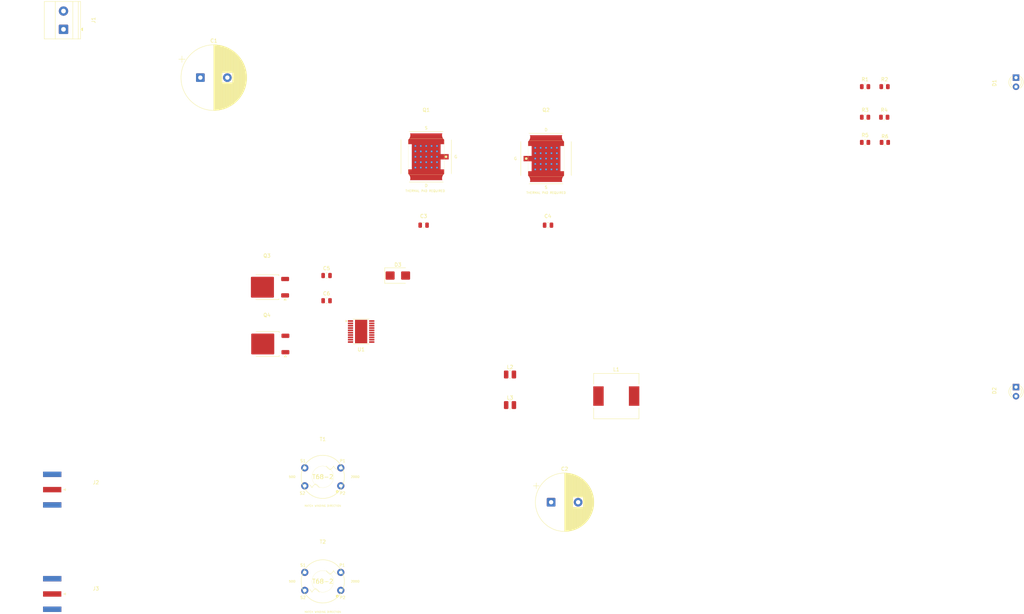
<source format=kicad_pcb>
(kicad_pcb (version 20241229) (generator "pcbnew") (generator_version "9.0")
  (layers (0 "F.Cu" signal) (2 "B.Cu" signal) (13 "F.Paste" user) (15 "B.Paste" user) (5 "F.SilkS" user "F.Silkscreen") (7 "B.SilkS" user "B.Silkscreen") (1 "F.Mask" user) (3 "B.Mask" user) (25 "Edge.Cuts" user))
  (property "COMMENT1" "500W Multi-Band RF Amplifier")
  (property "COMMENT2" "1.8-30MHz AM/SSB/FM")
  (property "COMMENT3" "Mobile Installation Ready")
  (property "COMMENT4" "Liquid Cooled High Power")
  (property "COMPANY" "kFuQ")
  (property "DATE" "2025-06-04")
  (property "REVISION" "2.0")
  (property "TITLE" "MHT1803 500W Push-Pull Amplifier")
  (net 0 "")
  (net 6 "Net-(Q1-D)")
  (net 7 "Net-(Q2-S)")
  (net 11 "Net-(U1-LO1)")
  (net 12 "Net-(D3-K)")
  (net 17 "Net-(D3-A)")
  (net 23 "/RF_OUT")
  (net 36 "+12V")
  (net 74 "/RF_IN")
  (footprint "MHT1803_Amplifier_500W:MHT1803_M244" (layer "F.Cu") (at 118.7175 62.995 180)
    (property "Reference" "Q1" (at 0 12.995 0) (layer "F.SilkS"))
    (property "Value" "MHT1803")
    (fp_text user "D" (at 0 -7.995 0) (layer "F.SilkS") (effects (font (size 0.8 0.8) (thickness 0.12))))
    (fp_text user "G" (at -8.2175 0 0) (layer "F.SilkS") (effects (font (size 0.8 0.8) (thickness 0.12))))
    (fp_text user "S" (at 0 8.005 0) (layer "F.SilkS") (effects (font (size 0.8 0.8) (thickness 0.12))))
    (fp_text user "THERMAL PAD REQUIRED" (at 0.2825 -9.495 0) (layer "F.SilkS") (effects (font (size 0.6 0.6) (thickness 0.1))))
    (pad "" np_thru_hole circle (at -6 -6 180) (size 3.2 3.2) (drill 3.2) (layers "*.Cu" "*.Mask"))
    (pad "" np_thru_hole circle (at -6 6 180) (size 3.2 3.2) (drill 3.2) (layers "*.Cu" "*.Mask"))
    (pad "" thru_hole circle (at -3 -3 180) (size 0.6 0.6) (drill 0.2) (layers "*.Cu"))
    (pad "" thru_hole circle (at -3 -1.5 180) (size 0.6 0.6) (drill 0.2) (layers "*.Cu"))
    (pad "" thru_hole circle (at -3 0 180) (size 0.6 0.6) (drill 0.2) (layers "*.Cu"))
    (pad "" thru_hole circle (at -3 1.5 180) (size 0.6 0.6) (drill 0.2) (layers "*.Cu"))
    (pad "" thru_hole circle (at -3 3 180) (size 0.6 0.6) (drill 0.2) (layers "*.Cu"))
    (pad "" thru_hole circle (at -1.5 -3 180) (size 0.6 0.6) (drill 0.2) (layers "*.Cu"))
    (pad "" thru_hole circle (at -1.5 -1.5 180) (size 0.6 0.6) (drill 0.2) (layers "*.Cu"))
    (pad "" thru_hole circle (at -1.5 0 180) (size 0.6 0.6) (drill 0.2) (layers "*.Cu"))
    (pad "" thru_hole circle (at -1.5 1.5 180) (size 0.6 0.6) (drill 0.2) (layers "*.Cu"))
    (pad "" thru_hole circle (at -1.5 3 180) (size 0.6 0.6) (drill 0.2) (layers "*.Cu"))
    (pad "" thru_hole circle (at 0 -3 180) (size 0.6 0.6) (drill 0.2) (layers "*.Cu"))
    (pad "" thru_hole circle (at 0 -1.5 180) (size 0.6 0.6) (drill 0.2) (layers "*.Cu"))
    (pad "" thru_hole circle (at 0 0 180) (size 0.6 0.6) (drill 0.2) (layers "*.Cu"))
    (pad "" thru_hole circle (at 0 1.5 180) (size 0.6 0.6) (drill 0.2) (layers "*.Cu"))
    (pad "" thru_hole circle (at 0 3 180) (size 0.6 0.6) (drill 0.2) (layers "*.Cu"))
    (pad "" thru_hole circle (at 1.5 -3 180) (size 0.6 0.6) (drill 0.2) (layers "*.Cu"))
    (pad "" thru_hole circle (at 1.5 -1.5 180) (size 0.6 0.6) (drill 0.2) (layers "*.Cu"))
    (pad "" thru_hole circle (at 1.5 0 180) (size 0.6 0.6) (drill 0.2) (layers "*.Cu"))
    (pad "" thru_hole circle (at 1.5 1.5 180) (size 0.6 0.6) (drill 0.2) (layers "*.Cu"))
    (pad "" thru_hole circle (at 1.5 3 180) (size 0.6 0.6) (drill 0.2) (layers "*.Cu"))
    (pad "" thru_hole circle (at 3 -3 180) (size 0.6 0.6) (drill 0.2) (layers "*.Cu"))
    (pad "" thru_hole circle (at 3 -1.5 180) (size 0.6 0.6) (drill 0.2) (layers "*.Cu"))
    (pad "" thru_hole circle (at 3 0 180) (size 0.6 0.6) (drill 0.2) (layers "*.Cu"))
    (pad "" thru_hole circle (at 3 1.5 180) (size 0.6 0.6) (drill 0.2) (layers "*.Cu"))
    (pad "" thru_hole circle (at 3 3 180) (size 0.6 0.6) (drill 0.2) (layers "*.Cu"))
    (pad "" np_thru_hole circle (at 6 -6 180) (size 3.2 3.2) (drill 3.2) (layers "*.Cu" "*.Mask"))
    (pad "" np_thru_hole circle (at 6 6 180) (size 3.2 3.2) (drill 3.2) (layers "*.Cu" "*.Mask"))
    (pad "1" smd rect (at -5 0 180) (size 2.5 1.5) (layers "F.Cu" "F.Mask" "F.Paste"))
    (pad "2" smd rect (at 0 5 180) (size 10 3) (layers "F.Cu" "F.Mask" "F.Paste"))
    (pad "3" smd rect (at 0 -5 180) (size 10 3) (layers "F.Cu" "F.Mask" "F.Paste") (net 6 "Net-(Q1-D)"))
    (pad "4" smd rect (at 0 0 180) (size 8 8) (layers "F.Cu" "F.Mask"))
  )
  (footprint "Resistor_SMD:R_0805_2012Metric" (layer "F.Cu") (at 240.5875 43.5)
    (property "Reference" "R1" (at 0 -2 0) (layer "F.SilkS"))
    (property "Value" "10Ω")
    (pad "1" smd roundrect (at -0.9125 0) (size 1.025 1.4) (layers "F.Cu" "F.Mask" "F.Paste") (roundrect_rratio 0.243902))
    (pad "2" smd roundrect (at 0.9125 0) (size 1.025 1.4) (layers "F.Cu" "F.Mask" "F.Paste") (roundrect_rratio 0.243902))
  )
  (footprint "Package_TO_SOT_SMD:TO-252-2" (layer "F.Cu") (at 74.585 115.025 180)
    (property "Reference" "Q4" (at 0.085 8.025 0) (layer "F.SilkS"))
    (property "Value" "SI7336ADP")
    (pad "1" smd roundrect (at -5.04 -2.28 180) (size 2.2 1.2) (layers "F.Cu" "F.Mask" "F.Paste") (roundrect_rratio 0.208333))
    (pad "2" smd roundrect (at 1.26 0 180) (size 6.4 5.8) (layers "F.Cu" "F.Mask") (roundrect_rratio 0.043103) (net 12 "Net-(D3-K)"))
    (pad "3" smd roundrect (at -5.04 2.28 180) (size 2.2 1.2) (layers "F.Cu" "F.Mask" "F.Paste") (roundrect_rratio 0.208333) (net 36 "+12V"))
  )
  (footprint "Diode_SMD:D_SMB" (layer "F.Cu") (at 110.85 96)
    (property "Reference" "D3" (at 0 -3 0) (layer "F.SilkS"))
    (property "Value" "MBRS340")
    (pad "1" smd roundrect (at -2.15 0) (size 2.5 2.3) (layers "F.Cu" "F.Mask" "F.Paste") (roundrect_rratio 0.1086956522) (net 12 "Net-(D3-K)"))
    (pad "2" smd roundrect (at 2.15 0) (size 2.5 2.3) (layers "F.Cu" "F.Mask" "F.Paste") (roundrect_rratio 0.1086956522) (net 17 "Net-(D3-A)"))
  )
  (footprint "Resistor_SMD:R_0805_2012Metric" (layer "F.Cu") (at 246 43.5)
    (property "Reference" "R2" (at 0 -2 0) (layer "F.SilkS"))
    (property "Value" "10Ω")
    (pad "1" smd roundrect (at -0.9125 0) (size 1.025 1.4) (layers "F.Cu" "F.Mask" "F.Paste") (roundrect_rratio 0.243902))
    (pad "2" smd roundrect (at 0.9125 0) (size 1.025 1.4) (layers "F.Cu" "F.Mask" "F.Paste") (roundrect_rratio 0.243902))
  )
  (footprint "Capacitor_THT:CP_Radial_D16.0mm_P7.50mm" (layer "F.Cu") (at 153.406991 159)
    (property "Reference" "C2" (at 3.75 -9.25 0) (layer "F.SilkS"))
    (property "Value" "470µF")
    (pad "1" thru_hole roundrect (at 0 0) (size 2.4 2.4) (drill 1.2) (layers "*.Cu" "*.Mask") (roundrect_rratio 0.104167))
    (pad "2" thru_hole circle (at 7.5 0) (size 2.4 2.4) (drill 1.2) (layers "*.Cu" "*.Mask"))
  )
  (footprint "Capacitor_THT:CP_Radial_D18.0mm_P7.50mm" (layer "F.Cu") (at 56 41)
    (property "Reference" "C1" (at 3.75 -10.25 0) (layer "F.SilkS"))
    (property "Value" "1000µF")
    (pad "1" thru_hole roundrect (at 0 0) (size 2.4 2.4) (drill 1.2) (layers "*.Cu" "*.Mask") (roundrect_rratio 0.104167))
    (pad "2" thru_hole circle (at 7.5 0) (size 2.4 2.4) (drill 1.2) (layers "*.Cu" "*.Mask"))
  )
  (footprint "Resistor_SMD:R_0805_2012Metric" (layer "F.Cu") (at 246.0875 59)
    (property "Reference" "R6" (at 0 -1.65 0) (layer "F.SilkS"))
    (property "Value" "2.2K")
    (pad "1" smd roundrect (at -0.9125 0) (size 1.025 1.4) (layers "F.Cu" "F.Mask" "F.Paste") (roundrect_rratio 0.243902))
    (pad "2" smd roundrect (at 0.9125 0) (size 1.025 1.4) (layers "F.Cu" "F.Mask" "F.Paste") (roundrect_rratio 0.243902))
  )
  (footprint "Resistor_SMD:R_0805_2012Metric" (layer "F.Cu") (at 245.9125 52)
    (property "Reference" "R4" (at 0 -2 0) (layer "F.SilkS"))
    (property "Value" "1K")
    (pad "1" smd roundrect (at -0.9125 0) (size 1.025 1.4) (layers "F.Cu" "F.Mask" "F.Paste") (roundrect_rratio 0.243902))
    (pad "2" smd roundrect (at 0.9125 0) (size 1.025 1.4) (layers "F.Cu" "F.Mask" "F.Paste") (roundrect_rratio 0.243902))
  )
  (footprint "Resistor_SMD:R_0805_2012Metric" (layer "F.Cu") (at 240.5875 59)
    (property "Reference" "R5" (at 0 -2 0) (layer "F.SilkS"))
    (property "Value" "10K")
    (pad "1" smd roundrect (at -0.9125 0) (size 1.025 1.4) (layers "F.Cu" "F.Mask" "F.Paste") (roundrect_rratio 0.243902))
    (pad "2" smd roundrect (at 0.9125 0) (size 1.025 1.4) (layers "F.Cu" "F.Mask" "F.Paste") (roundrect_rratio 0.243902))
  )
  (footprint "Inductor_SMD:L_1008_2520Metric" (layer "F.Cu") (at 142 132)
    (property "Reference" "L3" (at 0 -2.05 0) (layer "F.SilkS"))
    (property "Value" "22nH")
    (pad "1" smd roundrect (at -1.075 0) (size 1.25 2.2) (layers "F.Cu" "F.Mask" "F.Paste") (roundrect_rratio 0.2))
    (pad "2" smd roundrect (at 1.075 0) (size 1.25 2.2) (layers "F.Cu" "F.Mask" "F.Paste") (roundrect_rratio 0.2))
  )
  (footprint "MHT1803_Amplifier_500W:RF_Transformer_T68" (layer "F.Cu") (at 90 151.95 180)
    (property "Reference" "T1" (at 0 10.45 0) (layer "F.SilkS"))
    (property "Value" "RF_Transformer_4to1")
    (fp_text user "P2" (at -5.5 -4.55 0) (layer "F.SilkS") (effects (font (size 0.8 0.8) (thickness 0.12))))
    (fp_text user "MATCH WINDING DIRECTION" (at 0 -8.05 0) (layer "F.SilkS") (effects (font (size 0.5 0.5) (thickness 0.08))))
    (fp_text user "P1" (at -5.5 4.45 0) (layer "F.SilkS") (effects (font (size 0.8 0.8) (thickness 0.12))))
    (fp_text user "S2" (at 5.652382 -4.55 0) (layer "F.SilkS") (effects (font (size 0.8 0.8) (thickness 0.12))))
    (fp_text user "•" (at -4 -4 0) (layer "F.SilkS") (effects (font (size 1.5 1.5) (thickness 0.3))))
    (fp_text user "200Ω" (at -9 0 0) (layer "F.SilkS") (effects (font (size 0.6 0.6) (thickness 0.1))))
    (fp_text user "S1" (at 5.5 4.45 0) (layer "F.SilkS") (effects (font (size 0.8 0.8) (thickness 0.12))))
    (fp_text user "T68-2" (at 0 0 0) (layer "F.SilkS") (effects (font (size 1.2 1.2) (thickness 0.18))))
    (fp_text user "50Ω" (at 8.5 0 0) (layer "F.SilkS") (effects (font (size 0.6 0.6) (thickness 0.1))))
    (pad "1" thru_hole circle (at -5 2.5 180) (size 2 2) (drill 1) (layers "*.Cu" "*.Mask"))
    (pad "2" thru_hole circle (at -5 -2.5 180) (size 2 2) (drill 1) (layers "*.Cu" "*.Mask"))
    (pad "3" thru_hole circle (at 5 2.5 180) (size 2 2) (drill 1) (layers "*.Cu" "*.Mask"))
    (pad "4" thru_hole circle (at 5 -2.5 180) (size 2 2) (drill 1) (layers "*.Cu" "*.Mask"))
  )
  (footprint "Connector_Coaxial:SMA_Amphenol_132289_EdgeMount" (layer "F.Cu") (at 14.8625 184.5 180)
    (property "Reference" "J3" (at -12.1375 1.5 0) (layer "F.SilkS"))
    (property "Value" "SO239_OUTPUT")
    (pad "1" smd rect (at 0 0 270) (size 1.5 5.08) (layers "F.Cu" "F.Mask" "F.Paste") (net 23 "/RF_OUT"))
    (pad "2" smd rect (at 0 -4.25 270) (size 1.5 5.08) (layers "F.Cu" "F.Mask" "F.Paste"))
    (pad "2" smd rect (at 0 -4.25 270) (size 1.5 5.08) (layers "B.Cu" "B.Mask" "B.Paste"))
    (pad "2" smd rect (at 0 4.25 270) (size 1.5 5.08) (layers "F.Cu" "F.Mask" "F.Paste"))
    (pad "2" smd rect (at 0 4.25 270) (size 1.5 5.08) (layers "B.Cu" "B.Mask" "B.Paste"))
  )
  (footprint "LED_THT:LED_D3.0mm" (layer "F.Cu") (at 282.5 41 -90)
    (property "Reference" "D1" (at 1.5 6 90) (layer "F.SilkS"))
    (property "Value" "PWR_LED_GREEN")
    (pad "1" thru_hole rect (at 0 0 270) (size 1.8 1.8) (drill 0.9) (layers "*.Cu" "*.Mask"))
    (pad "2" thru_hole circle (at 2.54 0 270) (size 1.8 1.8) (drill 0.9) (layers "*.Cu" "*.Mask"))
  )
  (footprint "Package_TO_SOT_SMD:TO-252-2" (layer "F.Cu") (at 74.5 99.24 180)
    (property "Reference" "Q3" (at 0 8.74 0) (layer "F.SilkS"))
    (property "Value" "SI7336ADP")
    (pad "1" smd roundrect (at -5.04 -2.28 180) (size 2.2 1.2) (layers "F.Cu" "F.Mask" "F.Paste") (roundrect_rratio 0.208333))
    (pad "2" smd roundrect (at 1.26 0 180) (size 6.4 5.8) (layers "F.Cu" "F.Mask") (roundrect_rratio 0.043103) (net 36 "+12V"))
    (pad "3" smd roundrect (at -5.04 2.28 180) (size 2.2 1.2) (layers "F.Cu" "F.Mask" "F.Paste") (roundrect_rratio 0.208333) (net 12 "Net-(D3-K)"))
  )
  (footprint "Capacitor_SMD:C_0805_2012Metric" (layer "F.Cu") (at 118 82 180)
    (property "Reference" "C3" (at 0 2.5 0) (layer "F.SilkS"))
    (property "Value" "1nF")
    (pad "1" smd roundrect (at -0.95 0 180) (size 1 1.45) (layers "F.Cu" "F.Mask" "F.Paste") (net 6 "Net-(Q1-D)"))
    (pad "2" smd roundrect (at 0.95 0 180) (size 1 1.45) (layers "F.Cu" "F.Mask" "F.Paste"))
  )
  (footprint "Capacitor_SMD:C_0805_2012Metric" (layer "F.Cu") (at 152.55 82)
    (property "Reference" "C4" (at -0.05 -2.5 0) (layer "F.SilkS"))
    (property "Value" "1nF")
    (pad "1" smd roundrect (at -0.95 0) (size 1 1.45) (layers "F.Cu" "F.Mask" "F.Paste") (net 7 "Net-(Q2-S)"))
    (pad "2" smd roundrect (at 0.95 0) (size 1 1.45) (layers "F.Cu" "F.Mask" "F.Paste"))
  )
  (footprint "Package_SO:HTSSOP-20-1EP_4.4x6.5mm_P0.65mm_EP3.4x6.5mm" (layer "F.Cu") (at 100.65 111.5625)
    (property "Reference" "U1" (at 0 5 0) (layer "F.SilkS"))
    (property "Value" "LM25122MY")
    (pad "1" smd rect (at -2.95 -2.92) (size 1.45 0.45) (layers "F.Cu" "F.Mask" "F.Paste") (net 74 "/RF_IN"))
    (pad "2" smd rect (at -2.95 -2.27) (size 1.45 0.45) (layers "F.Cu" "F.Mask" "F.Paste"))
    (pad "3" smd rect (at -2.95 -1.62) (size 1.45 0.45) (layers "F.Cu" "F.Mask" "F.Paste"))
    (pad "4" smd rect (at -2.95 -0.97) (size 1.45 0.45) (layers "F.Cu" "F.Mask" "F.Paste") (net 11 "Net-(U1-LO1)"))
    (pad "5" smd rect (at -2.95 -0.33) (size 1.45 0.45) (layers "F.Cu" "F.Mask" "F.Paste") (net 17 "Net-(D3-A)"))
    (pad "6" smd rect (at -2.95 0.33) (size 1.45 0.45) (layers "F.Cu" "F.Mask" "F.Paste"))
    (pad "7" smd rect (at -2.95 0.97) (size 1.45 0.45) (layers "F.Cu" "F.Mask" "F.Paste") (net 36 "+12V"))
    (pad "8" smd rect (at -2.95 1.62) (size 1.45 0.45) (layers "F.Cu" "F.Mask" "F.Paste"))
    (pad "9" smd rect (at -2.95 2.27) (size 1.45 0.45) (layers "F.Cu" "F.Mask" "F.Paste"))
    (pad "10" smd rect (at -2.95 2.92) (size 1.45 0.45) (layers "F.Cu" "F.Mask" "F.Paste"))
    (pad "11" smd rect (at 2.95 2.92) (size 1.45 0.45) (layers "F.Cu" "F.Mask" "F.Paste"))
    (pad "12" smd rect (at 2.95 2.27) (size 1.45 0.45) (layers "F.Cu" "F.Mask" "F.Paste"))
    (pad "13" smd rect (at 2.95 1.62) (size 1.45 0.45) (layers "F.Cu" "F.Mask" "F.Paste"))
    (pad "14" smd rect (at 2.95 0.97) (size 1.45 0.45) (layers "F.Cu" "F.Mask" "F.Paste"))
    (pad "15" smd rect (at 2.95 0.33) (size 1.45 0.45) (layers "F.Cu" "F.Mask" "F.Paste"))
    (pad "16" smd rect (at 2.95 -0.33) (size 1.45 0.45) (layers "F.Cu" "F.Mask" "F.Paste"))
    (pad "17" smd rect (at 2.95 -0.97) (size 1.45 0.45) (layers "F.Cu" "F.Mask" "F.Paste"))
    (pad "18" smd rect (at 2.95 -1.62) (size 1.45 0.45) (layers "F.Cu" "F.Mask" "F.Paste"))
    (pad "19" smd rect (at 2.95 -2.27) (size 1.45 0.45) (layers "F.Cu" "F.Mask" "F.Paste"))
    (pad "20" smd rect (at 2.95 -2.92) (size 1.45 0.45) (layers "F.Cu" "F.Mask" "F.Paste"))
    (pad "21" smd rect (at 0 0) (size 3.4 6.5) (layers "F.Cu" "F.Mask"))
  )
  (footprint "Capacitor_SMD:C_0805_2012Metric" (layer "F.Cu") (at 91.05 103)
    (property "Reference" "C6" (at 0 -2 0) (layer "F.SilkS"))
    (property "Value" "100nF")
    (pad "1" smd roundrect (at -0.95 0) (size 1 1.45) (layers "F.Cu" "F.Mask" "F.Paste") (net 12 "Net-(D3-K)"))
    (pad "2" smd roundrect (at 0.95 0) (size 1 1.45) (layers "F.Cu" "F.Mask" "F.Paste") (net 11 "Net-(U1-LO1)"))
  )
  (footprint "Resistor_SMD:R_0805_2012Metric" (layer "F.Cu") (at 240.5875 52)
    (property "Reference" "R3" (at 0 -2 0) (layer "F.SilkS"))
    (property "Value" "1K")
    (pad "1" smd roundrect (at -0.9125 0) (size 1.025 1.4) (layers "F.Cu" "F.Mask" "F.Paste") (roundrect_rratio 0.243902))
    (pad "2" smd roundrect (at 0.9125 0) (size 1.025 1.4) (layers "F.Cu" "F.Mask" "F.Paste") (roundrect_rratio 0.243902))
  )
  (footprint "MHT1803_Amplifier_500W:MHT1803_M244" (layer "F.Cu") (at 152 63.5)
    (property "Reference" "Q2" (at 0 -13.5 0) (layer "F.SilkS"))
    (property "Value" "MHT1803")
    (fp_text user "G" (at -8.5 0 0) (layer "F.SilkS") (effects (font (size 0.8 0.8) (thickness 0.12))))
    (fp_text user "S" (at 0 8 0) (layer "F.SilkS") (effects (font (size 0.8 0.8) (thickness 0.12))))
    (fp_text user "THERMAL PAD REQUIRED" (at 0 9.5 0) (layer "F.SilkS") (effects (font (size 0.6 0.6) (thickness 0.1))))
    (fp_text user "D" (at 0 -8 0) (layer "F.SilkS") (effects (font (size 0.8 0.8) (thickness 0.12))))
    (pad "" np_thru_hole circle (at -6 -6) (size 3.2 3.2) (drill 3.2) (layers "*.Cu" "*.Mask"))
    (pad "" np_thru_hole circle (at -6 6) (size 3.2 3.2) (drill 3.2) (layers "*.Cu" "*.Mask"))
    (pad "" thru_hole circle (at -3 -3) (size 0.6 0.6) (drill 0.2) (layers "*.Cu"))
    (pad "" thru_hole circle (at -3 -1.5) (size 0.6 0.6) (drill 0.2) (layers "*.Cu"))
    (pad "" thru_hole circle (at -3 0) (size 0.6 0.6) (drill 0.2) (layers "*.Cu"))
    (pad "" thru_hole circle (at -3 1.5) (size 0.6 0.6) (drill 0.2) (layers "*.Cu"))
    (pad "" thru_hole circle (at -3 3) (size 0.6 0.6) (drill 0.2) (layers "*.Cu"))
    (pad "" thru_hole circle (at -1.5 -3) (size 0.6 0.6) (drill 0.2) (layers "*.Cu"))
    (pad "" thru_hole circle (at -1.5 -1.5) (size 0.6 0.6) (drill 0.2) (layers "*.Cu"))
    (pad "" thru_hole circle (at -1.5 0) (size 0.6 0.6) (drill 0.2) (layers "*.Cu"))
    (pad "" thru_hole circle (at -1.5 1.5) (size 0.6 0.6) (drill 0.2) (layers "*.Cu"))
    (pad "" thru_hole circle (at -1.5 3) (size 0.6 0.6) (drill 0.2) (layers "*.Cu"))
    (pad "" thru_hole circle (at 0 -3) (size 0.6 0.6) (drill 0.2) (layers "*.Cu"))
    (pad "" thru_hole circle (at 0 -1.5) (size 0.6 0.6) (drill 0.2) (layers "*.Cu"))
    (pad "" thru_hole circle (at 0 0) (size 0.6 0.6) (drill 0.2) (layers "*.Cu"))
    (pad "" thru_hole circle (at 0 1.5) (size 0.6 0.6) (drill 0.2) (layers "*.Cu"))
    (pad "" thru_hole circle (at 0 3) (size 0.6 0.6) (drill 0.2) (layers "*.Cu"))
    (pad "" thru_hole circle (at 1.5 -3) (size 0.6 0.6) (drill 0.2) (layers "*.Cu"))
    (pad "" thru_hole circle (at 1.5 -1.5) (size 0.6 0.6) (drill 0.2) (layers "*.Cu"))
    (pad "" thru_hole circle (at 1.5 0) (size 0.6 0.6) (drill 0.2) (layers "*.Cu"))
    (pad "" thru_hole circle (at 1.5 1.5) (size 0.6 0.6) (drill 0.2) (layers "*.Cu"))
    (pad "" thru_hole circle (at 1.5 3) (size 0.6 0.6) (drill 0.2) (layers "*.Cu"))
    (pad "" thru_hole circle (at 3 -3) (size 0.6 0.6) (drill 0.2) (layers "*.Cu"))
    (pad "" thru_hole circle (at 3 -1.5) (size 0.6 0.6) (drill 0.2) (layers "*.Cu"))
    (pad "" thru_hole circle (at 3 0) (size 0.6 0.6) (drill 0.2) (layers "*.Cu"))
    (pad "" thru_hole circle (at 3 1.5) (size 0.6 0.6) (drill 0.2) (layers "*.Cu"))
    (pad "" thru_hole circle (at 3 3) (size 0.6 0.6) (drill 0.2) (layers "*.Cu"))
    (pad "" np_thru_hole circle (at 6 -6) (size 3.2 3.2) (drill 3.2) (layers "*.Cu" "*.Mask"))
    (pad "" np_thru_hole circle (at 6 6) (size 3.2 3.2) (drill 3.2) (layers "*.Cu" "*.Mask"))
    (pad "1" smd rect (at -5 0) (size 2.5 1.5) (layers "F.Cu" "F.Mask" "F.Paste"))
    (pad "2" smd rect (at 0 5) (size 10 3) (layers "F.Cu" "F.Mask" "F.Paste") (net 7 "Net-(Q2-S)"))
    (pad "3" smd rect (at 0 -5) (size 10 3) (layers "F.Cu" "F.Mask" "F.Paste"))
    (pad "4" smd rect (at 0 0) (size 8 8) (layers "F.Cu" "F.Mask"))
  )
  (footprint "LED_THT:LED_D3.0mm" (layer "F.Cu") (at 282.5 127 -90)
    (property "Reference" "D2" (at 1 6 90) (layer "F.SilkS"))
    (property "Value" "OVHT_LED_RED")
    (pad "1" thru_hole rect (at 0 0 270) (size 1.8 1.8) (drill 0.9) (layers "*.Cu" "*.Mask"))
    (pad "2" thru_hole circle (at 2.54 0 270) (size 1.8 1.8) (drill 0.9) (layers "*.Cu" "*.Mask"))
  )
  (footprint "Capacitor_SMD:C_0805_2012Metric" (layer "F.Cu") (at 91.05 96)
    (property "Reference" "C5" (at 0 -2 0) (layer "F.SilkS"))
    (property "Value" "1nF")
    (pad "1" smd roundrect (at -0.95 0) (size 1 1.45) (layers "F.Cu" "F.Mask" "F.Paste"))
    (pad "2" smd roundrect (at 0.95 0) (size 1 1.45) (layers "F.Cu" "F.Mask" "F.Paste"))
  )
  (footprint "TerminalBlock_Phoenix:TerminalBlock_Phoenix_MKDS-1,5-2-5.08_1x02_P5.08mm_Horizontal" (layer "F.Cu") (at 18 27.58 90)
    (property "Reference" "J1" (at 2.545 8.3275 90) (layer "F.SilkS"))
    (property "Value" "POWER_12V")
    (pad "1" thru_hole roundrect (at 0 0 90) (size 2.6 2.6) (drill 1.3) (layers "*.Cu" "*.Mask") (roundrect_rratio 0.096154))
    (pad "2" thru_hole circle (at 5.08 0 90) (size 2.6 2.6) (drill 1.3) (layers "*.Cu" "*.Mask"))
  )
  (footprint "Inductor_SMD:L_12x12mm_H8mm" (layer "F.Cu") (at 171.5 129.5)
    (property "Reference" "L1" (at 0 -7.4 0) (layer "F.SilkS"))
    (property "Value" "100µH")
    (pad "1" smd rect (at -4.95 0) (size 2.9 5.4) (layers "F.Cu" "F.Mask" "F.Paste"))
    (pad "2" smd rect (at 4.95 0) (size 2.9 5.4) (layers "F.Cu" "F.Mask" "F.Paste"))
  )
  (footprint "MHT1803_Amplifier_500W:RF_Transformer_T68" (layer "F.Cu") (at 90 181 180)
    (property "Reference" "T2" (at 0 11 0) (layer "F.SilkS"))
    (property "Value" "RF_Transformer_4to1")
    (fp_text user "S2" (at 5.5 -4.5 0) (layer "F.SilkS") (effects (font (size 0.8 0.8) (thickness 0.12))))
    (fp_text user "•" (at -4 -4 0) (layer "F.SilkS") (effects (font (size 1.5 1.5) (thickness 0.3))))
    (fp_text user "50Ω" (at 8.5 0 0) (layer "F.SilkS") (effects (font (size 0.6 0.6) (thickness 0.1))))
    (fp_text user "P2" (at -5.5 -4.5 0) (layer "F.SilkS") (effects (font (size 0.8 0.8) (thickness 0.12))))
    (fp_text user "S1" (at 5.5 4.5 0) (layer "F.SilkS") (effects (font (size 0.8 0.8) (thickness 0.12))))
    (fp_text user "200Ω" (at -9 0 0) (layer "F.SilkS") (effects (font (size 0.6 0.6) (thickness 0.1))))
    (fp_text user "T68-2" (at 0 0 0) (layer "F.SilkS") (effects (font (size 1.2 1.2) (thickness 0.18))))
    (fp_text user "MATCH WINDING DIRECTION" (at 0 -8.5 0) (layer "F.SilkS") (effects (font (size 0.5 0.5) (thickness 0.08))))
    (fp_text user "P1" (at -5.366667 4.5 0) (layer "F.SilkS") (effects (font (size 0.8 0.8) (thickness 0.12))))
    (pad "1" thru_hole circle (at -5 2.5 180) (size 2 2) (drill 1) (layers "*.Cu" "*.Mask"))
    (pad "2" thru_hole circle (at -5 -2.5 180) (size 2 2) (drill 1) (layers "*.Cu" "*.Mask"))
    (pad "3" thru_hole circle (at 5 2.5 180) (size 2 2) (drill 1) (layers "*.Cu" "*.Mask"))
    (pad "4" thru_hole circle (at 5 -2.5 180) (size 2 2) (drill 1) (layers "*.Cu" "*.Mask"))
  )
  (footprint "Inductor_SMD:L_1008_2520Metric" (layer "F.Cu") (at 142 123.5)
    (property "Reference" "L2" (at 0 -2.05 0) (layer "F.SilkS"))
    (property "Value" "22nH")
    (pad "1" smd roundrect (at -1.075 0) (size 1.25 2.2) (layers "F.Cu" "F.Mask" "F.Paste") (roundrect_rratio 0.2))
    (pad "2" smd roundrect (at 1.075 0) (size 1.25 2.2) (layers "F.Cu" "F.Mask" "F.Paste") (roundrect_rratio 0.2))
  )
  (footprint "Connector_Coaxial:SMA_Amphenol_132289_EdgeMount" (layer "F.Cu") (at 14.8625 155.5 180)
    (property "Reference" "J2" (at -12.1375 2 0) (layer "F.SilkS"))
    (property "Value" "SO239_INPUT")
    (pad "1" smd rect (at 0 0 270) (size 1.5 5.08) (layers "F.Cu" "F.Mask" "F.Paste"))
    (pad "2" smd rect (at 0 -4.25 270) (size 1.5 5.08) (layers "F.Cu" "F.Mask" "F.Paste"))
    (pad "2" smd rect (at 0 -4.25 270) (size 1.5 5.08) (layers "B.Cu" "B.Mask" "B.Paste"))
    (pad "2" smd rect (at 0 4.25 270) (size 1.5 5.08) (layers "F.Cu" "F.Mask" "F.Paste"))
    (pad "2" smd rect (at 0 4.25 270) (size 1.5 5.08) (layers "B.Cu" "B.Mask" "B.Paste"))
  )
)
</source>
